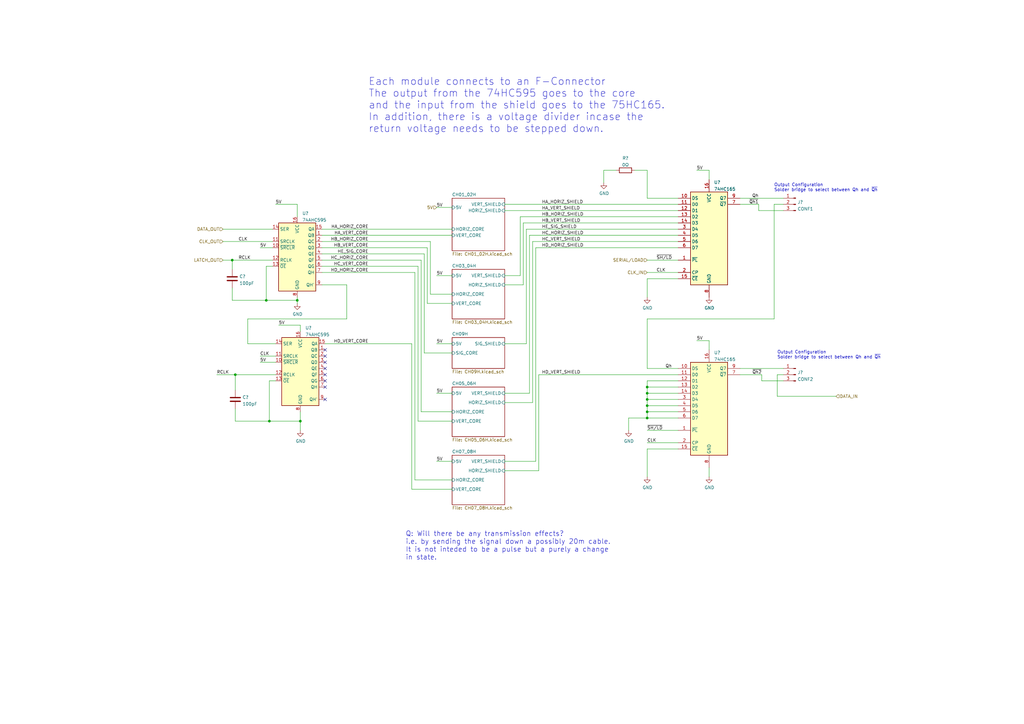
<source format=kicad_sch>
(kicad_sch (version 20211123) (generator eeschema)
  (paper "A3")
  (lib_symbols
    (symbol "74xx:74AHC595"
      (property "Reference" "U" (at -7.62 13.97 0))
      (property "Value" "74AHC595" (at -7.62 -16.51 0))
      (symbol "74AHC595_1_0"
        (pin tri_state line (at 10.16 7.62 180) (length 2.54) (name "QB") (number "1"))
        (pin input line (at -10.16 2.54 0) (length 2.54) (name "~{SRCLR}") (number "10"))
        (pin input line (at -10.16 5.08 0) (length 2.54) (name "SRCLK") (number "11"))
        (pin input line (at -10.16 -2.54 0) (length 2.54) (name "RCLK") (number "12"))
        (pin input line (at -10.16 -5.08 0) (length 2.54) (name "~{OE}") (number "13"))
        (pin input line (at -10.16 10.16 0) (length 2.54) (name "SER") (number "14"))
        (pin tri_state line (at 10.16 10.16 180) (length 2.54) (name "QA") (number "15"))
        (pin power_in line (at 0 15.24 270) (length 2.54) (name "VCC") (number "16"))
        (pin tri_state line (at 10.16 5.08 180) (length 2.54) (name "QC") (number "2"))
        (pin tri_state line (at 10.16 2.54 180) (length 2.54) (name "QD") (number "3"))
        (pin tri_state line (at 10.16 0 180) (length 2.54) (name "QE") (number "4"))
        (pin tri_state line (at 10.16 -2.54 180) (length 2.54) (name "QF") (number "5"))
        (pin tri_state line (at 10.16 -5.08 180) (length 2.54) (name "QG") (number "6"))
        (pin tri_state line (at 10.16 -7.62 180) (length 2.54) (name "QH") (number "7"))
        (pin power_in line (at 0 -17.78 90) (length 2.54) (name "GND") (number "8"))
        (pin output line (at 10.16 -12.7 180) (length 2.54) (name "QH'") (number "9"))
      )
      (symbol "74AHC595_1_1"
        (rectangle (start -7.62 12.7) (end 7.62 -15.24) (stroke (width 0.254)) (fill (type background)))
      )
    )
    (symbol "74xx:74HC165"
      (property "Reference" "U" (at -7.62 19.05 0))
      (property "Value" "74HC165" (at -7.62 -21.59 0))
      (symbol "74HC165_1_0"
        (pin input line (at -12.7 -10.16 0) (length 5.08) (name "~{PL}") (number "1"))
        (pin input line (at -12.7 15.24 0) (length 5.08) (name "DS") (number "10"))
        (pin input line (at -12.7 12.7 0) (length 5.08) (name "D0") (number "11"))
        (pin input line (at -12.7 10.16 0) (length 5.08) (name "D1") (number "12"))
        (pin input line (at -12.7 7.62 0) (length 5.08) (name "D2") (number "13"))
        (pin input line (at -12.7 5.08 0) (length 5.08) (name "D3") (number "14"))
        (pin input line (at -12.7 -17.78 0) (length 5.08) (name "~{CE}") (number "15"))
        (pin power_in line (at 0 22.86 270) (length 5.08) (name "VCC") (number "16"))
        (pin input line (at -12.7 -15.24 0) (length 5.08) (name "CP") (number "2"))
        (pin input line (at -12.7 2.54 0) (length 5.08) (name "D4") (number "3"))
        (pin input line (at -12.7 0 0) (length 5.08) (name "D5") (number "4"))
        (pin input line (at -12.7 -2.54 0) (length 5.08) (name "D6") (number "5"))
        (pin input line (at -12.7 -5.08 0) (length 5.08) (name "D7") (number "6"))
        (pin output line (at 12.7 12.7 180) (length 5.08) (name "~{Q7}") (number "7"))
        (pin power_in line (at 0 -25.4 90) (length 5.08) (name "GND") (number "8"))
        (pin output line (at 12.7 15.24 180) (length 5.08) (name "Q7") (number "9"))
      )
      (symbol "74HC165_1_1"
        (rectangle (start -7.62 17.78) (end 7.62 -20.32) (stroke (width 0.254)) (fill (type background)))
      )
    )
    (symbol "Connector:Conn_01x03_Male" (pin_names (offset 1.016) hide)
      (property "Reference" "J" (at 0 5.08 0))
      (property "Value" "Conn_01x03_Male" (at 0 -5.08 0))
      (symbol "Conn_01x03_Male_1_1"
        (polyline (pts (xy 1.27 -2.54) (xy 0.8636 -2.54)) (stroke (width 0.1524)))
        (polyline (pts (xy 1.27 0) (xy 0.8636 0)) (stroke (width 0.1524)))
        (polyline (pts (xy 1.27 2.54) (xy 0.8636 2.54)) (stroke (width 0.1524)))
        (rectangle (start 0.8636 -2.413) (end 0 -2.667) (stroke (width 0.1524)) (fill (type outline)))
        (rectangle (start 0.8636 0.127) (end 0 -0.127) (stroke (width 0.1524)) (fill (type outline)))
        (rectangle (start 0.8636 2.667) (end 0 2.413) (stroke (width 0.1524)) (fill (type outline)))
        (pin passive line (at 5.08 2.54 180) (length 3.81) (name "Pin_1") (number "1"))
        (pin passive line (at 5.08 0 180) (length 3.81) (name "Pin_2") (number "2"))
        (pin passive line (at 5.08 -2.54 180) (length 3.81) (name "Pin_3") (number "3"))
      )
    )
    (symbol "Device:C" (pin_numbers hide) (pin_names (offset 0.254))
      (property "Reference" "C" (at 0.635 2.54 0))
      (property "Value" "C" (at 0.635 -2.54 0))
      (symbol "C_0_1"
        (polyline (pts (xy -2.032 -0.762) (xy 2.032 -0.762)) (stroke (width 0.508)))
        (polyline (pts (xy -2.032 0.762) (xy 2.032 0.762)) (stroke (width 0.508)))
      )
      (symbol "C_1_1"
        (pin passive line (at 0 3.81 270) (length 2.794) (name "~") (number "1"))
        (pin passive line (at 0 -3.81 90) (length 2.794) (name "~") (number "2"))
      )
    )
    (symbol "Device:R" (pin_numbers hide) (pin_names (offset 0))
      (property "Reference" "R" (at 2.032 0 90))
      (property "Value" "R" (at 0 0 90))
      (symbol "R_0_1"
        (rectangle (start -1.016 -2.54) (end 1.016 2.54) (stroke (width 0.254)))
      )
      (symbol "R_1_1"
        (pin passive line (at 0 3.81 270) (length 1.27) (name "~") (number "1"))
        (pin passive line (at 0 -3.81 90) (length 1.27) (name "~") (number "2"))
      )
    )
    (symbol "power:GND" (power) (pin_names (offset 0))
      (property "Value" "GND" (at 0 -3.81 0))
      (symbol "GND_0_1"
        (polyline (pts (xy 0 0) (xy 0 -1.27) (xy 1.27 -1.27) (xy 0 -2.54) (xy -1.27 -1.27) (xy 0 -1.27)))
      )
      (symbol "GND_1_1"
        (pin power_in line (at 0 0 270) (length 0) hide (name "GND") (number "1"))
      )
    )
  )
  (junction (at 265.43 171.45))
  (junction (at 265.43 163.83))
  (junction (at 265.43 166.37))
  (junction (at 110.49 172.72))
  (junction (at 95.25 106.68))
  (junction (at 265.43 158.75))
  (junction (at 109.22 123.19))
  (junction (at 121.92 123.19))
  (junction (at 265.43 168.91))
  (junction (at 123.19 172.72))
  (junction (at 96.52 153.67))
  (junction (at 265.43 161.29))
  (no_connect (at 133.35 163.83))
  (no_connect (at 133.35 143.51))
  (no_connect (at 133.35 146.05))
  (no_connect (at 133.35 151.13))
  (no_connect (at 133.35 153.67))
  (no_connect (at 133.35 148.59))
  (no_connect (at 133.35 156.21))
  (no_connect (at 133.35 158.75))
  (wire (pts (xy 265.43 69.85) (xy 260.35 69.85)))
  (wire (pts (xy 185.42 161.29) (xy 179.07 161.29)))
  (wire (pts (xy 220.98 153.67) (xy 278.13 153.67)))
  (wire (pts (xy 317.5 130.81) (xy 265.43 130.81)))
  (wire (pts (xy 96.52 172.72) (xy 110.49 172.72)))
  (wire (pts (xy 121.92 88.9) (xy 121.92 83.82)))
  (wire (pts (xy 303.53 83.82) (xy 311.15 83.82)))
  (wire (pts (xy 114.3 133.35) (xy 123.19 133.35)))
  (wire (pts (xy 96.52 153.67) (xy 113.03 153.67)))
  (wire (pts (xy 318.77 162.56) (xy 318.77 153.67)))
  (wire (pts (xy 219.71 101.6) (xy 278.13 101.6)))
  (wire (pts (xy 185.42 85.09) (xy 179.07 85.09)))
  (wire (pts (xy 265.43 114.3) (xy 278.13 114.3)))
  (wire (pts (xy 109.22 123.19) (xy 121.92 123.19)))
  (wire (pts (xy 218.44 99.06) (xy 278.13 99.06)))
  (wire (pts (xy 132.08 93.98) (xy 185.42 93.98)))
  (wire (pts (xy 142.24 130.81) (xy 101.6 130.81)))
  (wire (pts (xy 265.43 151.13) (xy 278.13 151.13)))
  (wire (pts (xy 265.43 158.75) (xy 278.13 158.75)))
  (wire (pts (xy 214.63 91.44) (xy 278.13 91.44)))
  (wire (pts (xy 170.18 196.85) (xy 185.42 196.85)))
  (wire (pts (xy 265.43 81.28) (xy 278.13 81.28)))
  (wire (pts (xy 207.01 86.36) (xy 278.13 86.36)))
  (wire (pts (xy 121.92 123.19) (xy 121.92 124.46)))
  (wire (pts (xy 133.35 140.97) (xy 168.91 140.97)))
  (wire (pts (xy 265.43 156.21) (xy 265.43 158.75)))
  (wire (pts (xy 217.17 96.52) (xy 278.13 96.52)))
  (wire (pts (xy 311.15 83.82) (xy 311.15 86.36)))
  (wire (pts (xy 95.25 106.68) (xy 95.25 110.49)))
  (wire (pts (xy 265.43 114.3) (xy 265.43 121.92)))
  (wire (pts (xy 175.26 101.6) (xy 175.26 124.46)))
  (wire (pts (xy 312.42 156.21) (xy 321.31 156.21)))
  (wire (pts (xy 132.08 99.06) (xy 176.53 99.06)))
  (wire (pts (xy 109.22 109.22) (xy 111.76 109.22)))
  (wire (pts (xy 303.53 153.67) (xy 312.42 153.67)))
  (wire (pts (xy 113.03 83.82) (xy 121.92 83.82)))
  (wire (pts (xy 217.17 96.52) (xy 217.17 161.29)))
  (wire (pts (xy 219.71 101.6) (xy 219.71 189.23)))
  (wire (pts (xy 265.43 161.29) (xy 278.13 161.29)))
  (wire (pts (xy 168.91 200.66) (xy 185.42 200.66)))
  (wire (pts (xy 110.49 156.21) (xy 110.49 172.72)))
  (wire (pts (xy 213.36 113.03) (xy 213.36 88.9)))
  (wire (pts (xy 265.43 168.91) (xy 278.13 168.91)))
  (wire (pts (xy 257.81 176.53) (xy 257.81 171.45)))
  (wire (pts (xy 132.08 111.76) (xy 170.18 111.76)))
  (wire (pts (xy 265.43 130.81) (xy 265.43 151.13)))
  (wire (pts (xy 170.18 111.76) (xy 170.18 196.85)))
  (wire (pts (xy 91.44 93.98) (xy 111.76 93.98)))
  (wire (pts (xy 113.03 156.21) (xy 110.49 156.21)))
  (wire (pts (xy 265.43 111.76) (xy 278.13 111.76)))
  (wire (pts (xy 123.19 172.72) (xy 123.19 176.53)))
  (wire (pts (xy 265.43 166.37) (xy 278.13 166.37)))
  (wire (pts (xy 265.43 163.83) (xy 278.13 163.83)))
  (wire (pts (xy 207.01 140.97) (xy 215.9 140.97)))
  (wire (pts (xy 220.98 193.04) (xy 220.98 153.67)))
  (wire (pts (xy 173.99 104.14) (xy 173.99 144.78)))
  (wire (pts (xy 176.53 120.65) (xy 176.53 99.06)))
  (wire (pts (xy 173.99 144.78) (xy 185.42 144.78)))
  (wire (pts (xy 207.01 83.82) (xy 278.13 83.82)))
  (wire (pts (xy 96.52 167.64) (xy 96.52 172.72)))
  (wire (pts (xy 168.91 200.66) (xy 168.91 140.97)))
  (wire (pts (xy 265.43 171.45) (xy 278.13 171.45)))
  (wire (pts (xy 290.83 143.51) (xy 290.83 139.7)))
  (wire (pts (xy 132.08 116.84) (xy 142.24 116.84)))
  (wire (pts (xy 290.83 73.66) (xy 290.83 69.85)))
  (wire (pts (xy 96.52 153.67) (xy 96.52 160.02)))
  (wire (pts (xy 207.01 193.04) (xy 220.98 193.04)))
  (wire (pts (xy 106.68 146.05) (xy 113.03 146.05)))
  (wire (pts (xy 185.42 113.03) (xy 179.07 113.03)))
  (wire (pts (xy 318.77 162.56) (xy 342.9 162.56)))
  (wire (pts (xy 265.43 81.28) (xy 265.43 69.85)))
  (wire (pts (xy 123.19 135.89) (xy 123.19 133.35)))
  (wire (pts (xy 252.73 69.85) (xy 247.65 69.85)))
  (wire (pts (xy 312.42 153.67) (xy 312.42 156.21)))
  (wire (pts (xy 215.9 140.97) (xy 215.9 93.98)))
  (wire (pts (xy 247.65 69.85) (xy 247.65 74.93)))
  (wire (pts (xy 213.36 113.03) (xy 207.01 113.03)))
  (wire (pts (xy 185.42 189.23) (xy 179.07 189.23)))
  (wire (pts (xy 265.43 163.83) (xy 265.43 166.37)))
  (wire (pts (xy 285.75 69.85) (xy 290.83 69.85)))
  (wire (pts (xy 265.43 168.91) (xy 265.43 171.45)))
  (wire (pts (xy 95.25 106.68) (xy 111.76 106.68)))
  (wire (pts (xy 311.15 86.36) (xy 321.31 86.36)))
  (wire (pts (xy 265.43 184.15) (xy 265.43 195.58)))
  (wire (pts (xy 172.72 106.68) (xy 172.72 168.91)))
  (wire (pts (xy 172.72 168.91) (xy 185.42 168.91)))
  (wire (pts (xy 214.63 116.84) (xy 214.63 91.44)))
  (wire (pts (xy 303.53 151.13) (xy 321.31 151.13)))
  (wire (pts (xy 171.45 172.72) (xy 185.42 172.72)))
  (wire (pts (xy 265.43 166.37) (xy 265.43 168.91)))
  (wire (pts (xy 257.81 171.45) (xy 265.43 171.45)))
  (wire (pts (xy 101.6 140.97) (xy 113.03 140.97)))
  (wire (pts (xy 285.75 139.7) (xy 290.83 139.7)))
  (wire (pts (xy 318.77 153.67) (xy 321.31 153.67)))
  (wire (pts (xy 132.08 104.14) (xy 173.99 104.14)))
  (wire (pts (xy 106.68 101.6) (xy 111.76 101.6)))
  (wire (pts (xy 290.83 191.77) (xy 290.83 195.58)))
  (wire (pts (xy 265.43 176.53) (xy 278.13 176.53)))
  (wire (pts (xy 218.44 165.1) (xy 218.44 99.06)))
  (wire (pts (xy 176.53 120.65) (xy 185.42 120.65)))
  (wire (pts (xy 88.9 153.67) (xy 96.52 153.67)))
  (wire (pts (xy 109.22 109.22) (xy 109.22 123.19)))
  (wire (pts (xy 110.49 172.72) (xy 123.19 172.72)))
  (wire (pts (xy 215.9 93.98) (xy 278.13 93.98)))
  (wire (pts (xy 265.43 156.21) (xy 278.13 156.21)))
  (wire (pts (xy 91.44 99.06) (xy 111.76 99.06)))
  (wire (pts (xy 123.19 168.91) (xy 123.19 172.72)))
  (wire (pts (xy 265.43 184.15) (xy 278.13 184.15)))
  (wire (pts (xy 207.01 189.23) (xy 219.71 189.23)))
  (wire (pts (xy 265.43 106.68) (xy 278.13 106.68)))
  (wire (pts (xy 207.01 165.1) (xy 218.44 165.1)))
  (wire (pts (xy 132.08 96.52) (xy 185.42 96.52)))
  (wire (pts (xy 175.26 124.46) (xy 185.42 124.46)))
  (wire (pts (xy 101.6 130.81) (xy 101.6 140.97)))
  (wire (pts (xy 317.5 83.82) (xy 317.5 130.81)))
  (wire (pts (xy 265.43 158.75) (xy 265.43 161.29)))
  (wire (pts (xy 132.08 109.22) (xy 171.45 109.22)))
  (wire (pts (xy 132.08 106.68) (xy 172.72 106.68)))
  (wire (pts (xy 106.68 148.59) (xy 113.03 148.59)))
  (wire (pts (xy 121.92 121.92) (xy 121.92 123.19)))
  (wire (pts (xy 185.42 140.97) (xy 179.07 140.97)))
  (wire (pts (xy 207.01 161.29) (xy 217.17 161.29)))
  (wire (pts (xy 207.01 116.84) (xy 214.63 116.84)))
  (wire (pts (xy 265.43 181.61) (xy 278.13 181.61)))
  (wire (pts (xy 142.24 116.84) (xy 142.24 130.81)))
  (wire (pts (xy 91.44 106.68) (xy 95.25 106.68)))
  (wire (pts (xy 95.25 118.11) (xy 95.25 123.19)))
  (wire (pts (xy 171.45 172.72) (xy 171.45 109.22)))
  (wire (pts (xy 95.25 123.19) (xy 109.22 123.19)))
  (wire (pts (xy 321.31 83.82) (xy 317.5 83.82)))
  (wire (pts (xy 132.08 101.6) (xy 175.26 101.6)))
  (wire (pts (xy 213.36 88.9) (xy 278.13 88.9)))
  (wire (pts (xy 265.43 161.29) (xy 265.43 163.83)))
  (wire (pts (xy 303.53 81.28) (xy 321.31 81.28)))
  (text "Each module connects to an F-Connector\nThe output from the 74HC595 goes to the core \nand the input from the shield goes to the 75HC165.\nIn addition, there is a voltage divider incase the \nreturn voltage needs to be stepped down.\n" (at 151.13 54.61 0) (effects (font (size 3 3)) (justify left bottom)))
  (text "Output Configuration\nSolder bridge to select between Qh and ~{Qh}" (at 317.5 78.74 0) (effects (font (size 1.27 1.27)) (justify left bottom)))
  (text "Q: Will there be any transmission effects? \ni.e. by sending the signal down a possibly 20m cable.\nIt is not inteded to be a pulse but a purely a change\nin state." (at 166.37 229.87 0) (effects (font (size 2 2)) (justify left bottom)))
  (text "Output Configuration\nSolder bridge to select between Qh and ~{Qh}" (at 318.77 147.32 0) (effects (font (size 1.27 1.27)) (justify left bottom)))
  (label "HC_HORIZ_CORE" (at 151.13 106.68 180))
  (label "~{Qh2}" (at 312.42 153.67 180))
  (label "~{SH{slash}LD}" (at 265.43 176.53 0))
  (label "HB_VERT_CORE" (at 151.13 101.6 180))
  (label "5V" (at 285.75 139.7 0))
  (label "RCLK" (at 97.79 106.68 0))
  (label "HC_VERT_SHIELD" (at 222.25 99.06 0))
  (label "5V" (at 114.3 133.35 0))
  (label "5V" (at 106.68 101.6 0))
  (label "HB_HORIZ_CORE" (at 151.13 99.06 180))
  (label "Qh" (at 275.59 151.13 180))
  (label "HE_SIG_SHIELD" (at 222.25 93.98 0))
  (label "HD_HORIZ_CORE" (at 151.13 111.76 180))
  (label "CLK" (at 269.24 111.76 0))
  (label "HB_VERT_SHIELD" (at 222.25 91.44 0))
  (label "5V" (at 106.68 148.59 0))
  (label "HB_HORIZ_SHIELD" (at 222.25 88.9 0))
  (label "HE_SIG_CORE" (at 151.13 104.14 180))
  (label "HA_VERT_SHIELD" (at 222.25 86.36 0))
  (label "HC_VERT_CORE" (at 151.13 109.22 180))
  (label "5V" (at 113.03 83.82 0))
  (label "HD_VERT_CORE" (at 151.13 140.97 180))
  (label "5V" (at 179.07 161.29 0))
  (label "HC_HORIZ_SHIELD" (at 222.25 96.52 0))
  (label "HD_VERT_SHIELD" (at 222.25 153.67 0))
  (label "HA_HORIZ_SHIELD" (at 222.25 83.82 0))
  (label "Qh" (at 311.15 81.28 180))
  (label "5V" (at 179.07 113.03 0))
  (label "RCLK" (at 88.9 153.67 0))
  (label "CLK" (at 106.68 146.05 0))
  (label "5V" (at 285.75 69.85 0))
  (label "~{SH{slash}LD}" (at 269.24 106.68 0))
  (label "HA_HORIZ_CORE" (at 151.13 93.98 180))
  (label "HD_HORIZ_SHIELD" (at 222.25 101.6 0))
  (label "5V" (at 179.07 85.09 0))
  (label "HA_VERT_CORE" (at 151.13 96.52 180))
  (label "~{Qh1}" (at 311.15 83.82 180))
  (label "CLK" (at 97.79 99.06 0))
  (label "5V" (at 179.07 140.97 0))
  (label "5V" (at 179.07 189.23 0))
  (label "CLK" (at 265.43 181.61 0))
  (hierarchical_label "DATA_IN" (shape input) (at 342.9 162.56 0))
  (hierarchical_label "CLK_OUT" (shape input) (at 91.44 99.06 180))
  (hierarchical_label "CLK_IN" (shape input) (at 265.43 111.76 180))
  (hierarchical_label "LATCH_OUT" (shape input) (at 91.44 106.68 180))
  (hierarchical_label "DATA_OUT" (shape input) (at 91.44 93.98 180))
  (hierarchical_label "SERIAL{slash}LOAD" (shape input) (at 265.43 106.68 180))
  (hierarchical_label "5V" (shape input) (at 179.07 85.09 180))
  (symbol (lib_id "power:GND") (at 290.83 195.58 0) (unit 1)
    (property "Reference" "#PWR?" (effects hide))
    (property "Value" "GND" (at 290.957 199.9742 0))
  )
  (symbol (lib_id "74xx:74AHC595") (at 123.19 151.13 0) (unit 1)
    (property "Reference" "U?" (at 125.2094 134.4635 0) (effects (justify left)))
    (property "Value" "74AHC595" (at 125.2094 137.2386 0) (effects (justify left)))
    (property "Footprint" "Package_SO:SO-16_3.9x9.9mm_P1.27mm" (effects hide))
    (property "Datasheet" "https://assets.nexperia.com/documents/data-sheet/74AHC_AHCT595.pdf" (effects hide))
  )
  (symbol (lib_id "74xx:74HC165") (at 290.83 166.37 0) (unit 1)
    (property "Reference" "U?" (at 292.8494 144.6235 0) (effects (justify left)))
    (property "Value" "74HC165" (at 292.8494 147.3986 0) (effects (justify left)))
    (property "Footprint" "Package_SO:SO-16_3.9x9.9mm_P1.27mm" (effects hide))
    (property "Datasheet" "https://assets.nexperia.com/documents/data-sheet/74HC_HCT165.pdf" (effects hide))
  )
  (symbol (lib_id "Device:C") (at 95.25 114.3 0) (unit 1)
    (property "Reference" "C?" (at 98.171 113.3915 0) (effects (justify left)))
    (property "Value" "100pF" (at 98.171 116.1666 0) (effects (justify left)))
    (property "Footprint" "Capacitor_SMD:C_0805_2012Metric" (effects hide))
  )
  (symbol (lib_id "74xx:74HC165") (at 290.83 96.52 0) (unit 1)
    (property "Reference" "U?" (at 292.8494 74.7735 0) (effects (justify left)))
    (property "Value" "74HC165" (at 292.8494 77.5486 0) (effects (justify left)))
    (property "Footprint" "Package_SO:SO-16_3.9x9.9mm_P1.27mm" (effects hide))
    (property "Datasheet" "https://assets.nexperia.com/documents/data-sheet/74HC_HCT165.pdf" (effects hide))
  )
  (symbol (lib_id "Device:R") (at 256.54 69.85 90) (unit 1)
    (property "Reference" "R?" (at 256.54 64.8675 90))
    (property "Value" "0Ω" (at 256.54 67.6426 90))
    (property "Footprint" "Resistor_SMD:R_0805_2012Metric" (effects hide))
  )
  (symbol (lib_id "power:GND") (at 265.43 121.92 0) (unit 1)
    (property "Reference" "#PWR?" (effects hide))
    (property "Value" "GND" (at 265.557 126.3142 0))
  )
  (symbol (lib_id "Connector:Conn_01x03_Male") (at 326.39 83.82 0) (mirror y) (unit 1)
    (property "Reference" "J?" (at 327.1012 82.9115 0) (effects (justify right)))
    (property "Value" "CONF1" (at 327.1012 85.6866 0) (effects (justify right)))
    (property "Footprint" "Jumper:SolderJumper-3_P1.3mm_Bridged12_RoundedPad1.0x1.5mm" (effects hide))
  )
  (symbol (lib_id "74xx:74AHC595") (at 121.92 104.14 0) (unit 1)
    (property "Reference" "U?" (at 123.9394 87.4735 0) (effects (justify left)))
    (property "Value" "74AHC595" (at 123.9394 90.2486 0) (effects (justify left)))
    (property "Footprint" "Package_SO:SO-16_3.9x9.9mm_P1.27mm" (effects hide))
    (property "Datasheet" "https://assets.nexperia.com/documents/data-sheet/74AHC_AHCT595.pdf" (effects hide))
  )
  (symbol (lib_id "power:GND") (at 247.65 74.93 0) (unit 1)
    (property "Reference" "#PWR?" (effects hide))
    (property "Value" "GND" (at 247.777 79.3242 0))
  )
  (symbol (lib_id "Device:C") (at 96.52 163.83 0) (unit 1)
    (property "Reference" "C?" (at 99.441 162.9215 0) (effects (justify left)))
    (property "Value" "100pF" (at 99.441 165.6966 0) (effects (justify left)))
    (property "Footprint" "Capacitor_SMD:C_0805_2012Metric" (effects hide))
  )
  (symbol (lib_id "Connector:Conn_01x03_Male") (at 326.39 153.67 0) (mirror y) (unit 1)
    (property "Reference" "J?" (at 327.1012 152.7615 0) (effects (justify right)))
    (property "Value" "CONF2" (at 327.1012 155.5366 0) (effects (justify right)))
    (property "Footprint" "Jumper:SolderJumper-3_P1.3mm_Bridged12_RoundedPad1.0x1.5mm" (effects hide))
  )
  (symbol (lib_id "power:GND") (at 265.43 195.58 0) (unit 1)
    (property "Reference" "#PWR?" (effects hide))
    (property "Value" "GND" (at 265.557 199.9742 0))
  )
  (symbol (lib_id "power:GND") (at 290.83 121.92 0) (unit 1)
    (property "Reference" "#PWR?" (effects hide))
    (property "Value" "GND" (at 290.957 126.3142 0))
  )
  (symbol (lib_id "power:GND") (at 121.92 124.46 0) (unit 1)
    (property "Reference" "#PWR?" (effects hide))
    (property "Value" "GND" (at 122.047 128.8542 0))
  )
  (symbol (lib_id "power:GND") (at 257.81 176.53 0) (unit 1)
    (property "Reference" "#PWR?" (effects hide))
    (property "Value" "GND" (at 257.937 180.9242 0))
  )
  (symbol (lib_id "power:GND") (at 123.19 176.53 0) (unit 1)
    (property "Reference" "#PWR?" (effects hide))
    (property "Value" "GND" (at 123.317 180.9242 0))
  )
  (sheet (at 185.42 81.28) (size 21.59 21.59)
    (property "Sheet name" "CH01_02H" (at 185.42 80.5684 0) (effects (justify left bottom)))
    (property "Sheet file" "CH01_02H.kicad_sch" (at 185.42 103.4546 0) (effects (justify left top)))
    (pin "HORIZ_CORE" input (at 185.42 93.98 180))
    (pin "5V" input (at 185.42 85.09 180))
    (pin "VERT_CORE" input (at 185.42 96.52 180))
    (pin "HORIZ_SHIELD" input (at 207.01 86.36 0))
    (pin "VERT_SHIELD" input (at 207.01 83.82 0))
  )
  (sheet (at 185.42 110.49) (size 21.59 20.32)
    (property "Sheet name" "CH03_04H" (at 185.42 109.7784 0) (effects (justify left bottom)))
    (property "Sheet file" "CH03_04H.kicad_sch" (at 185.42 131.3946 0) (effects (justify left top)))
    (pin "HORIZ_CORE" input (at 185.42 120.65 180))
    (pin "5V" input (at 185.42 113.03 180))
    (pin "VERT_CORE" input (at 185.42 124.46 180))
    (pin "HORIZ_SHIELD" input (at 207.01 116.84 0))
    (pin "VERT_SHIELD" input (at 207.01 113.03 0))
  )
  (sheet (at 185.42 158.75) (size 21.59 20.32)
    (property "Sheet name" "CH05_06H" (at 185.42 158.0384 0) (effects (justify left bottom)))
    (property "Sheet file" "CH05_06H.kicad_sch" (at 185.42 179.6546 0) (effects (justify left top)))
    (pin "HORIZ_CORE" input (at 185.42 168.91 180))
    (pin "5V" input (at 185.42 161.29 180))
    (pin "VERT_CORE" input (at 185.42 172.72 180))
    (pin "HORIZ_SHIELD" input (at 207.01 165.1 0))
    (pin "VERT_SHIELD" input (at 207.01 161.29 0))
  )
  (sheet (at 185.42 186.69) (size 21.59 20.32)
    (property "Sheet name" "CH07_08H" (at 185.42 185.9784 0) (effects (justify left bottom)))
    (property "Sheet file" "CH07_08H.kicad_sch" (at 185.42 207.5946 0) (effects (justify left top)))
    (pin "HORIZ_CORE" input (at 185.42 196.85 180))
    (pin "5V" input (at 185.42 189.23 180))
    (pin "VERT_CORE" input (at 185.42 200.66 180))
    (pin "HORIZ_SHIELD" input (at 207.01 193.04 0))
    (pin "VERT_SHIELD" input (at 207.01 189.23 0))
  )
  (sheet (at 185.42 138.43) (size 21.59 12.7)
    (property "Sheet name" "CH09H" (at 185.42 137.7184 0) (effects (justify left bottom)))
    (property "Sheet file" "CH09H.kicad_sch" (at 185.42 151.7146 0) (effects (justify left top)))
    (pin "5V" input (at 185.42 140.97 180))
    (pin "SIG_CORE" input (at 185.42 144.78 180))
    (pin "SIG_SHIELD" input (at 207.01 140.97 0))
  )
)
</source>
